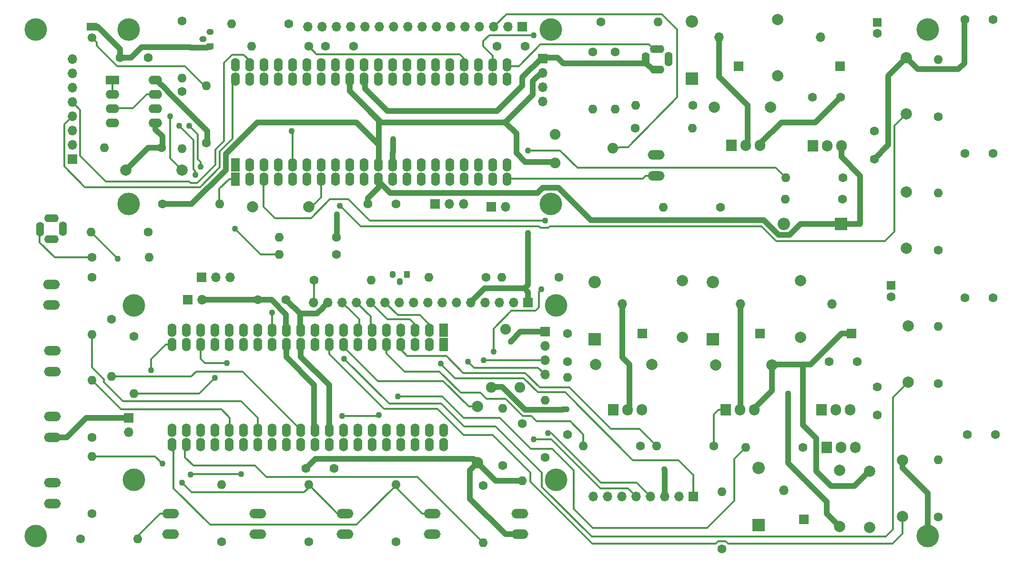
<source format=gbr>
G04 #@! TF.GenerationSoftware,KiCad,Pcbnew,(5.1.5-0-10_14)*
G04 #@! TF.CreationDate,2020-04-28T18:14:51+02:00*
G04 #@! TF.ProjectId,Main_Board_v1_1,4d61696e-5f42-46f6-9172-645f76315f31,rev?*
G04 #@! TF.SameCoordinates,Original*
G04 #@! TF.FileFunction,Copper,L2,Bot*
G04 #@! TF.FilePolarity,Positive*
%FSLAX46Y46*%
G04 Gerber Fmt 4.6, Leading zero omitted, Abs format (unit mm)*
G04 Created by KiCad (PCBNEW (5.1.5-0-10_14)) date 2020-04-28 18:14:51*
%MOMM*%
%LPD*%
G04 APERTURE LIST*
%ADD10R,1.100000X1.300000*%
%ADD11O,1.100000X1.300000*%
%ADD12R,1.300000X1.100000*%
%ADD13O,1.300000X1.100000*%
%ADD14O,1.400000X2.600000*%
%ADD15O,2.600000X1.400000*%
%ADD16O,1.600000X1.600000*%
%ADD17C,1.600000*%
%ADD18O,1.905000X2.000000*%
%ADD19R,1.905000X2.000000*%
%ADD20O,1.700000X1.700000*%
%ADD21R,1.700000X1.700000*%
%ADD22O,2.200000X2.200000*%
%ADD23R,2.200000X2.200000*%
%ADD24C,2.000000*%
%ADD25O,1.600000X1.500000*%
%ADD26R,1.900000X1.400000*%
%ADD27C,4.000000*%
%ADD28C,1.900000*%
%ADD29O,3.000000X1.700000*%
%ADD30R,1.600000X1.600000*%
%ADD31O,1.600000X2.400000*%
%ADD32R,1.600000X2.400000*%
%ADD33O,2.400000X1.600000*%
%ADD34R,2.400000X1.600000*%
%ADD35C,1.100000*%
%ADD36C,1.000000*%
%ADD37C,0.350000*%
G04 APERTURE END LIST*
D10*
X97357854Y-80369383D03*
D11*
X94817854Y-80369383D03*
X96087854Y-81639383D03*
D12*
X62357854Y-39869383D03*
D13*
X62357854Y-37329383D03*
X61087854Y-38599383D03*
D14*
X139782854Y-42169383D03*
X143832854Y-42119383D03*
D15*
X141807854Y-44019383D03*
X141807854Y-40319383D03*
D14*
X36182854Y-72269383D03*
X32132854Y-72319383D03*
D15*
X34157854Y-70419383D03*
X34157854Y-74119383D03*
D16*
X157532854Y-111101383D03*
D17*
X167692854Y-111101383D03*
D18*
X176963854Y-111101383D03*
X174423854Y-111101383D03*
D19*
X171883854Y-111101383D03*
D20*
X164319854Y-118728383D03*
D21*
X167819854Y-123928383D03*
D22*
X159818854Y-114784383D03*
D23*
X159818854Y-124944383D03*
D24*
X174169854Y-115198383D03*
X174169854Y-125198383D03*
X179503854Y-115325383D03*
X179503854Y-125325383D03*
D20*
X47857854Y-108409383D03*
D21*
X47857854Y-105869383D03*
D20*
X114897854Y-68369383D03*
D21*
X112357854Y-68369383D03*
D25*
X41357854Y-38269383D03*
D26*
X41357854Y-36369383D03*
D27*
X47857854Y-36869383D03*
X47857854Y-67869383D03*
X122857854Y-67869383D03*
X122857854Y-36869383D03*
D20*
X79757854Y-36369383D03*
X82297854Y-36369383D03*
X84837854Y-36369383D03*
X87377854Y-36369383D03*
X89917854Y-36369383D03*
X92457854Y-36369383D03*
X94997854Y-36369383D03*
X97537854Y-36369383D03*
X100077854Y-36369383D03*
X102617854Y-36369383D03*
X105157854Y-36369383D03*
X107697854Y-36369383D03*
X110237854Y-36369383D03*
X112777854Y-36369383D03*
X115317854Y-36369383D03*
D21*
X117857854Y-36369383D03*
D27*
X48857854Y-85869383D03*
X48857854Y-116869383D03*
X123857854Y-116869383D03*
X123857854Y-85869383D03*
D20*
X80757854Y-85369383D03*
X83297854Y-85369383D03*
X85837854Y-85369383D03*
X88377854Y-85369383D03*
X90917854Y-85369383D03*
X93457854Y-85369383D03*
X95997854Y-85369383D03*
X98537854Y-85369383D03*
X101077854Y-85369383D03*
X103617854Y-85369383D03*
X106157854Y-85369383D03*
X108697854Y-85369383D03*
X111237854Y-85369383D03*
X113777854Y-85369383D03*
X116317854Y-85369383D03*
D21*
X118857854Y-85369383D03*
D28*
X112320854Y-100433383D03*
X114820854Y-90133383D03*
X117400854Y-100433383D03*
X123623854Y-55475383D03*
X133923854Y-57975383D03*
X123623854Y-60555383D03*
D16*
X91017854Y-81369383D03*
D17*
X80857854Y-81369383D03*
D16*
X101197854Y-80869383D03*
D17*
X111357854Y-80869383D03*
D16*
X114197854Y-80869383D03*
D17*
X124357854Y-80869383D03*
D16*
X69697854Y-39869383D03*
D17*
X79857854Y-39869383D03*
D16*
X66197854Y-35869383D03*
D17*
X76357854Y-35869383D03*
D16*
X49517854Y-127369383D03*
D17*
X39357854Y-127369383D03*
D16*
X48857854Y-101529383D03*
D17*
X48857854Y-91369383D03*
D29*
X55357854Y-126569383D03*
X55357854Y-122869383D03*
D16*
X153307854Y-119009383D03*
D17*
X153307854Y-129169383D03*
D16*
X64017854Y-67869383D03*
D17*
X53857854Y-67869383D03*
X79357854Y-114869383D03*
X84357854Y-114869383D03*
X196507854Y-84519383D03*
X201507854Y-84519383D03*
X70857854Y-84869383D03*
X75857854Y-84869383D03*
D24*
X186357854Y-89536049D03*
X186357854Y-99536049D03*
X109857854Y-113869383D03*
X109857854Y-103869383D03*
X146307854Y-81519383D03*
X146307854Y-91519383D03*
X167282854Y-81519383D03*
X167282854Y-91519383D03*
X162157854Y-96469383D03*
X152157854Y-96469383D03*
X140857854Y-96369383D03*
X130857854Y-96369383D03*
D17*
X87857854Y-39869383D03*
X82857854Y-39869383D03*
D24*
X69857854Y-68369383D03*
X79857854Y-68369383D03*
D17*
X196857854Y-108869383D03*
X201857854Y-108869383D03*
D24*
X185357854Y-113369383D03*
X185357854Y-123369383D03*
D17*
X125857854Y-90869383D03*
X125857854Y-95869383D03*
X180900854Y-100386383D03*
X180900854Y-105386383D03*
X183357854Y-84369383D03*
D30*
X183357854Y-82369383D03*
D17*
X177357854Y-95869383D03*
X172357854Y-95869383D03*
X118357854Y-39869383D03*
X113357854Y-39869383D03*
X196507854Y-35119383D03*
X201507854Y-35119383D03*
X95357854Y-67869383D03*
X90357854Y-67869383D03*
D24*
X186057854Y-41869383D03*
X186057854Y-51869383D03*
D17*
X196507854Y-58919383D03*
X201507854Y-58919383D03*
X174357854Y-48869383D03*
X169357854Y-48869383D03*
X180357854Y-59869383D03*
X180357854Y-54869383D03*
D24*
X163167854Y-35119383D03*
X163167854Y-45119383D03*
D17*
X180857854Y-37569383D03*
D30*
X180857854Y-35569383D03*
D24*
X186057854Y-65702716D03*
X186057854Y-75702716D03*
X47357854Y-61869383D03*
X57357854Y-61869383D03*
X151897854Y-50649383D03*
X161897854Y-50649383D03*
D17*
X46357854Y-41869383D03*
X51357854Y-41869383D03*
D31*
X68297854Y-110649383D03*
X65757854Y-110649383D03*
X63217854Y-110649383D03*
X60677854Y-110649383D03*
X58137854Y-110649383D03*
X55597854Y-110649383D03*
X80997854Y-110649383D03*
X78457854Y-110649383D03*
X75917854Y-110649383D03*
X73377854Y-110649383D03*
X70837854Y-110649383D03*
X101317854Y-110649383D03*
X98777854Y-110649383D03*
X96237854Y-110649383D03*
X93697854Y-110649383D03*
X91157854Y-110649383D03*
X88617854Y-110649383D03*
X86077854Y-110649383D03*
X83537854Y-110649383D03*
X103857854Y-110649383D03*
X58137854Y-90329383D03*
X55597854Y-90329383D03*
X93697854Y-90329383D03*
X73377854Y-90329383D03*
D32*
X103857854Y-90329383D03*
D31*
X70837854Y-90329383D03*
X75917854Y-90329383D03*
X80997854Y-90329383D03*
X88617854Y-90329383D03*
X86077854Y-90329383D03*
X83537854Y-90329383D03*
X91157854Y-90329383D03*
X98777854Y-90329383D03*
X96237854Y-90329383D03*
X101317854Y-90329383D03*
X65757854Y-90329383D03*
X68297854Y-90329383D03*
X63217854Y-90329383D03*
X60677854Y-90329383D03*
X78457854Y-90329383D03*
D32*
X103857854Y-92869383D03*
D31*
X55597854Y-108109383D03*
X101317854Y-92869383D03*
X58137854Y-108109383D03*
X98777854Y-92869383D03*
X60677854Y-108109383D03*
X96237854Y-92869383D03*
X63217854Y-108109383D03*
X93697854Y-92869383D03*
X65757854Y-108109383D03*
X91157854Y-92869383D03*
X68297854Y-108109383D03*
X88617854Y-92869383D03*
X70837854Y-108109383D03*
X86077854Y-92869383D03*
X73377854Y-108109383D03*
X83537854Y-92869383D03*
X75917854Y-108109383D03*
X80997854Y-92869383D03*
X78457854Y-108109383D03*
X78457854Y-92869383D03*
X80997854Y-108109383D03*
X75917854Y-92869383D03*
X83537854Y-108109383D03*
X73377854Y-92869383D03*
X86077854Y-108109383D03*
X70837854Y-92869383D03*
X88617854Y-108109383D03*
X68297854Y-92869383D03*
X91157854Y-108109383D03*
X65757854Y-92869383D03*
X93697854Y-108109383D03*
X63217854Y-92869383D03*
X96237854Y-108109383D03*
X60677854Y-92869383D03*
X98777854Y-108109383D03*
X58137854Y-92869383D03*
X101317854Y-108109383D03*
X55597854Y-92869383D03*
X103857854Y-108109383D03*
D18*
X176087854Y-104409383D03*
X173547854Y-104409383D03*
D19*
X171007854Y-104409383D03*
D31*
X102417854Y-43089383D03*
X104957854Y-43089383D03*
X107497854Y-43089383D03*
X110037854Y-43089383D03*
X112577854Y-43089383D03*
X115117854Y-43089383D03*
X89717854Y-43089383D03*
X92257854Y-43089383D03*
X94797854Y-43089383D03*
X97337854Y-43089383D03*
X99877854Y-43089383D03*
X69397854Y-43089383D03*
X71937854Y-43089383D03*
X74477854Y-43089383D03*
X77017854Y-43089383D03*
X79557854Y-43089383D03*
X82097854Y-43089383D03*
X84637854Y-43089383D03*
X87177854Y-43089383D03*
X66857854Y-43089383D03*
X112577854Y-63409383D03*
X115117854Y-63409383D03*
X77017854Y-63409383D03*
X97337854Y-63409383D03*
D32*
X66857854Y-63409383D03*
D31*
X99877854Y-63409383D03*
X94797854Y-63409383D03*
X89717854Y-63409383D03*
X82097854Y-63409383D03*
X84637854Y-63409383D03*
X87177854Y-63409383D03*
X79557854Y-63409383D03*
X71937854Y-63409383D03*
X74477854Y-63409383D03*
X69397854Y-63409383D03*
X104957854Y-63409383D03*
X102417854Y-63409383D03*
X107497854Y-63409383D03*
X110037854Y-63409383D03*
X92257854Y-63409383D03*
D32*
X66857854Y-60869383D03*
D31*
X115117854Y-45629383D03*
X69397854Y-60869383D03*
X112577854Y-45629383D03*
X71937854Y-60869383D03*
X110037854Y-45629383D03*
X74477854Y-60869383D03*
X107497854Y-45629383D03*
X77017854Y-60869383D03*
X104957854Y-45629383D03*
X79557854Y-60869383D03*
X102417854Y-45629383D03*
X82097854Y-60869383D03*
X99877854Y-45629383D03*
X84637854Y-60869383D03*
X97337854Y-45629383D03*
X87177854Y-60869383D03*
X94797854Y-45629383D03*
X89717854Y-60869383D03*
X92257854Y-45629383D03*
X92257854Y-60869383D03*
X89717854Y-45629383D03*
X94797854Y-60869383D03*
X87177854Y-45629383D03*
X97337854Y-60869383D03*
X84637854Y-45629383D03*
X99877854Y-60869383D03*
X82097854Y-45629383D03*
X102417854Y-60869383D03*
X79557854Y-45629383D03*
X104957854Y-60869383D03*
X77017854Y-45629383D03*
X107497854Y-60869383D03*
X74477854Y-45629383D03*
X110037854Y-60869383D03*
X71937854Y-45629383D03*
X112577854Y-60869383D03*
X69397854Y-45629383D03*
X115117854Y-60869383D03*
X66857854Y-45629383D03*
D18*
X174537854Y-57509383D03*
X171997854Y-57509383D03*
D19*
X169457854Y-57509383D03*
D33*
X52627854Y-45869383D03*
X45007854Y-53489383D03*
X52627854Y-48409383D03*
X45007854Y-50949383D03*
X52627854Y-50949383D03*
X45007854Y-48409383D03*
X52627854Y-53489383D03*
D34*
X45007854Y-45869383D03*
D27*
X189857854Y-126869383D03*
X31357854Y-36869383D03*
X31357854Y-126869383D03*
X189857854Y-36869383D03*
D16*
X74601854Y-73763383D03*
D17*
X84761854Y-73763383D03*
D16*
X74601854Y-76811383D03*
D17*
X84761854Y-76811383D03*
D16*
X64357854Y-117709383D03*
D17*
X64357854Y-127869383D03*
D16*
X41357854Y-99209383D03*
D17*
X41357854Y-109369383D03*
D16*
X41357854Y-112709383D03*
D17*
X41357854Y-122869383D03*
D16*
X191707854Y-89609383D03*
D17*
X191707854Y-99769383D03*
D16*
X117857854Y-117029383D03*
D17*
X117857854Y-106869383D03*
D16*
X114357854Y-104209383D03*
D17*
X114357854Y-114369383D03*
D16*
X128697854Y-110869383D03*
D17*
X138857854Y-110869383D03*
D16*
X164517854Y-67039383D03*
D17*
X174677854Y-67039383D03*
D16*
X164667854Y-63239383D03*
D17*
X174827854Y-63239383D03*
D16*
X41197854Y-72869383D03*
D17*
X51357854Y-72869383D03*
D16*
X110857854Y-128029383D03*
D17*
X110857854Y-117869383D03*
D16*
X95357854Y-117709383D03*
D17*
X95357854Y-127869383D03*
D16*
X79857854Y-117709383D03*
D17*
X79857854Y-127869383D03*
D16*
X41357854Y-91029383D03*
D17*
X41357854Y-80869383D03*
D16*
X44857854Y-98529383D03*
D17*
X44857854Y-88369383D03*
D16*
X125857854Y-98709383D03*
D17*
X125857854Y-108869383D03*
D16*
X51517854Y-77369383D03*
D17*
X41357854Y-77369383D03*
D16*
X121857854Y-102709383D03*
D17*
X121857854Y-112869383D03*
D16*
X141697854Y-110869383D03*
D17*
X151857854Y-110869383D03*
D16*
X191707854Y-113309383D03*
D17*
X191707854Y-123469383D03*
D16*
X137997854Y-50319383D03*
D17*
X148157854Y-50319383D03*
D16*
X141967854Y-35519383D03*
D17*
X131807854Y-35519383D03*
D16*
X130357854Y-51029383D03*
D17*
X130357854Y-40869383D03*
D16*
X148017854Y-54369383D03*
D17*
X137857854Y-54369383D03*
D16*
X134357854Y-51029383D03*
D17*
X134357854Y-40869383D03*
D16*
X191707854Y-42209383D03*
D17*
X191707854Y-52369383D03*
D16*
X142847854Y-68429383D03*
D17*
X153007854Y-68429383D03*
D16*
X57357854Y-45529383D03*
D17*
X57357854Y-35369383D03*
D16*
X57357854Y-58029383D03*
D17*
X57357854Y-47869383D03*
D16*
X43597854Y-57869383D03*
D17*
X53757854Y-57869383D03*
D16*
X61647854Y-46839383D03*
D17*
X61647854Y-56999383D03*
D16*
X191707854Y-65909383D03*
D17*
X191707854Y-76069383D03*
D18*
X139087854Y-104409383D03*
X136547854Y-104409383D03*
D19*
X134007854Y-104409383D03*
D18*
X159087854Y-104409383D03*
X156547854Y-104409383D03*
D19*
X154007854Y-104409383D03*
D18*
X160087854Y-57409383D03*
X157547854Y-57409383D03*
D19*
X155007854Y-57409383D03*
D20*
X130427854Y-119819383D03*
X132967854Y-119819383D03*
X135507854Y-119819383D03*
X138047854Y-119819383D03*
X140587854Y-119819383D03*
X143127854Y-119819383D03*
X145667854Y-119819383D03*
D21*
X148207854Y-119819383D03*
D29*
X34357854Y-109356883D03*
X34357854Y-105656883D03*
X70857854Y-126569383D03*
X70857854Y-122869383D03*
X34357854Y-121069383D03*
X34357854Y-117369383D03*
X34157854Y-82131883D03*
X34157854Y-85831883D03*
X101857854Y-126569383D03*
X101857854Y-122869383D03*
X34357854Y-97644383D03*
X34357854Y-93944383D03*
X86357854Y-126569383D03*
X86357854Y-122869383D03*
X141607854Y-59169383D03*
X141607854Y-62869383D03*
D20*
X60897854Y-84869383D03*
D21*
X58357854Y-84869383D03*
D20*
X121857854Y-98189383D03*
X121857854Y-95649383D03*
X121857854Y-93109383D03*
D21*
X121857854Y-90569383D03*
D20*
X65937854Y-80869383D03*
X63397854Y-80869383D03*
D21*
X60857854Y-80869383D03*
D29*
X117357854Y-126569383D03*
X117357854Y-122869383D03*
D20*
X135632854Y-85669383D03*
D21*
X139132854Y-90869383D03*
D20*
X156607854Y-85669383D03*
D21*
X160107854Y-90869383D03*
D20*
X172857854Y-85669383D03*
D21*
X176357854Y-90869383D03*
D20*
X121457854Y-49639383D03*
X121457854Y-47099383D03*
X121457854Y-44559383D03*
D21*
X121457854Y-42019383D03*
D20*
X37857854Y-42089383D03*
X37857854Y-44629383D03*
X37857854Y-47169383D03*
X37857854Y-49709383D03*
X37857854Y-52249383D03*
X37857854Y-54789383D03*
X37857854Y-57329383D03*
D21*
X37857854Y-59869383D03*
D20*
X107437854Y-67869383D03*
X104897854Y-67869383D03*
D21*
X102357854Y-67869383D03*
D20*
X170807854Y-38219383D03*
D21*
X174307854Y-43419383D03*
D20*
X152757854Y-38219383D03*
D21*
X156257854Y-43419383D03*
D22*
X164317854Y-71389383D03*
D23*
X174477854Y-71389383D03*
D22*
X130707854Y-81759383D03*
D23*
X130707854Y-91919383D03*
D22*
X151682854Y-81759383D03*
D23*
X151682854Y-91919383D03*
D22*
X147927854Y-35409383D03*
D23*
X147927854Y-45569383D03*
D35*
X94857854Y-56369383D03*
X94857854Y-51369383D03*
X80697854Y-100052383D03*
X115749852Y-92305383D03*
X125655854Y-104370381D03*
X118797854Y-73001373D03*
X143054854Y-115038381D03*
X55250861Y-52257594D03*
X56821854Y-53951383D03*
X66727854Y-72239383D03*
X59742854Y-62714383D03*
X108129854Y-95869383D03*
X85777854Y-105513383D03*
X60631854Y-61219383D03*
X58599854Y-53951383D03*
X110923854Y-95607383D03*
X92347848Y-105386383D03*
X119857854Y-37869383D03*
X85396854Y-68175385D03*
X121845854Y-70844369D03*
X76857854Y-54869383D03*
X70857854Y-53369383D03*
X84888854Y-69699383D03*
X118857854Y-58369383D03*
X165025854Y-101576383D03*
X57357854Y-117369383D03*
X51829062Y-97398175D03*
X45899854Y-77573383D03*
X67857854Y-115869383D03*
X53857854Y-114022383D03*
X58853854Y-115927379D03*
X119813854Y-109704383D03*
X122353854Y-108561383D03*
X103303854Y-96242383D03*
X86158852Y-95353383D03*
X63171854Y-98773373D03*
X73331854Y-87116373D03*
X121210854Y-83034383D03*
X112701854Y-94083383D03*
X65330854Y-96115383D03*
X95683852Y-102084383D03*
D36*
X174357854Y-48869383D02*
X169857854Y-53369383D01*
X169857854Y-53369383D02*
X163857854Y-53369383D01*
X163857854Y-53369383D02*
X160357854Y-56869383D01*
X160357854Y-56869383D02*
X160357854Y-57369383D01*
X186057854Y-41869383D02*
X182857854Y-45069383D01*
X182857854Y-45069383D02*
X182857854Y-57369383D01*
X182857854Y-57369383D02*
X180357854Y-59869383D01*
X94857854Y-58609383D02*
X94857854Y-56369383D01*
X94797854Y-58669383D02*
X94857854Y-58609383D01*
X94797854Y-60869383D02*
X94797854Y-58669383D01*
X113357854Y-51369383D02*
X93857854Y-51369383D01*
X89857854Y-47369383D02*
X89857854Y-45369383D01*
X121457854Y-42019383D02*
X121457854Y-41769383D01*
X117857854Y-46869383D02*
X113357854Y-51369383D01*
X117857854Y-45369383D02*
X117857854Y-46869383D01*
X93857854Y-51369383D02*
X89857854Y-47369383D01*
X121457854Y-41769383D02*
X117857854Y-45369383D01*
X174507854Y-90869383D02*
X169007854Y-96369383D01*
X176357854Y-90869383D02*
X174507854Y-90869383D01*
X162157854Y-96469383D02*
X162157854Y-101069383D01*
X162157854Y-101069383D02*
X158857854Y-104369383D01*
X118857854Y-83519383D02*
X118207854Y-82869383D01*
X118857854Y-85369383D02*
X118857854Y-83519383D01*
X111147852Y-82869383D02*
X108857854Y-85159381D01*
X118207854Y-82869383D02*
X111147852Y-82869383D01*
X108857854Y-85159381D02*
X108857854Y-85369383D01*
X75917854Y-95069383D02*
X80857854Y-100009383D01*
X75917854Y-92869383D02*
X75917854Y-95069383D01*
X80857854Y-100009383D02*
X80857854Y-107869383D01*
X70857854Y-84869383D02*
X60857854Y-84869383D01*
X40345354Y-105869383D02*
X47857854Y-105869383D01*
X36857854Y-109356883D02*
X40345354Y-105869383D01*
X34357854Y-109356883D02*
X36857854Y-109356883D01*
X189857854Y-119283596D02*
X189857854Y-126869383D01*
X185357854Y-114783596D02*
X189857854Y-119283596D01*
X185357854Y-113369383D02*
X185357854Y-114783596D01*
X188097855Y-43909384D02*
X195317853Y-43909384D01*
X186057854Y-41869383D02*
X188097855Y-43909384D01*
X195317853Y-43909384D02*
X196357854Y-42869383D01*
X196357854Y-42869383D02*
X196357854Y-34869383D01*
X170031353Y-109502882D02*
X170031353Y-115344882D01*
X167692854Y-107164383D02*
X170031353Y-109502882D01*
X167692854Y-96369383D02*
X167692854Y-107164383D01*
X169007854Y-96369383D02*
X167692854Y-96369383D01*
X167692854Y-96369383D02*
X161857854Y-96369383D01*
X170031353Y-115344882D02*
X172645854Y-117959383D01*
X172645854Y-117959383D02*
X176836854Y-117959383D01*
X176836854Y-117959383D02*
X179376854Y-115419383D01*
X179376854Y-115419383D02*
X179376854Y-115292383D01*
X121857854Y-90569383D02*
X117485852Y-90569383D01*
X117485852Y-90569383D02*
X115749852Y-92305383D01*
X81057855Y-113169382D02*
X109157853Y-113169382D01*
X109157853Y-113169382D02*
X109857854Y-113869383D01*
X79357854Y-114869383D02*
X81057855Y-113169382D01*
X109881854Y-113869383D02*
X109857854Y-113869383D01*
X113041854Y-117029383D02*
X109881854Y-113869383D01*
X117857854Y-117029383D02*
X113041854Y-117029383D01*
X108510854Y-120222383D02*
X108510854Y-115216383D01*
X108510854Y-115216383D02*
X109857854Y-113869383D01*
X114857854Y-126569383D02*
X108510854Y-120222383D01*
X117357854Y-126569383D02*
X114857854Y-126569383D01*
X46357854Y-40312383D02*
X46357854Y-41869383D01*
X42414854Y-36369383D02*
X46357854Y-40312383D01*
X41357854Y-36369383D02*
X42414854Y-36369383D01*
X112277854Y-100369383D02*
X114285148Y-100369383D01*
X125019458Y-104370381D02*
X125655854Y-104370381D01*
X124970468Y-104419371D02*
X125019458Y-104370381D01*
X114285148Y-100369383D02*
X118335136Y-104419371D01*
X118335136Y-104419371D02*
X124970468Y-104419371D01*
X141007854Y-44019383D02*
X139857854Y-42869383D01*
X141807854Y-44019383D02*
X141007854Y-44019383D01*
X121357854Y-41869383D02*
X122149856Y-41869383D01*
X124114854Y-41869383D02*
X121357854Y-41869383D01*
X125114854Y-42869383D02*
X124114854Y-41869383D01*
X125114854Y-42869383D02*
X139277854Y-42869383D01*
X139277854Y-42869383D02*
X139625854Y-42521383D01*
X139625854Y-42521383D02*
X139625854Y-42140383D01*
X118797854Y-82279383D02*
X118797854Y-73001373D01*
X118207854Y-82869383D02*
X118797854Y-82279383D01*
X143127854Y-119819383D02*
X143127854Y-115111381D01*
X143127854Y-115111381D02*
X143054854Y-115038381D01*
X70857854Y-84869383D02*
X73248858Y-84869383D01*
X75857854Y-87478379D02*
X75857854Y-90369383D01*
X73248858Y-84869383D02*
X75857854Y-87478379D01*
X61813467Y-40024393D02*
X62357854Y-40024393D01*
X61788467Y-40049393D02*
X61813467Y-40024393D01*
X50174844Y-40024393D02*
X58828854Y-40024393D01*
X48312854Y-41886383D02*
X50174844Y-40024393D01*
X46374854Y-41886383D02*
X48312854Y-41886383D01*
X58853854Y-40049393D02*
X61788467Y-40049393D01*
X58828854Y-40024393D02*
X58853854Y-40049393D01*
X46357854Y-41869383D02*
X46374854Y-41886383D01*
X47357854Y-61369383D02*
X47357854Y-61869383D01*
X52627854Y-54639383D02*
X53857854Y-55869383D01*
X52627854Y-53489383D02*
X52627854Y-54639383D01*
X53857854Y-55869383D02*
X53857854Y-57869383D01*
X53857854Y-57869383D02*
X51357854Y-57869383D01*
X51357854Y-57869383D02*
X47357854Y-61869383D01*
D37*
X42207853Y-39754384D02*
X45822852Y-43369383D01*
X42207853Y-39119382D02*
X42207853Y-39754384D01*
X41357854Y-38269383D02*
X42207853Y-39119382D01*
X45822852Y-43369383D02*
X57857854Y-43369383D01*
X57857854Y-43369383D02*
X61357854Y-46869383D01*
X61357854Y-46869383D02*
X61857854Y-46869383D01*
X57357854Y-61869383D02*
X55250861Y-59762390D01*
X55250861Y-59762390D02*
X55250861Y-52257594D01*
D36*
X152757854Y-38219383D02*
X152757854Y-45269383D01*
X152757854Y-45269383D02*
X157857854Y-50369383D01*
X157857854Y-50369383D02*
X157857854Y-56869383D01*
X157857854Y-56869383D02*
X157357854Y-57369383D01*
D37*
X71299854Y-76811383D02*
X66727854Y-72239383D01*
X74601854Y-76811383D02*
X71299854Y-76811383D01*
X56821854Y-53951383D02*
X59361854Y-56491383D01*
X59361854Y-61696987D02*
X59742854Y-62077987D01*
X59742854Y-62077987D02*
X59742854Y-62714383D01*
X59361854Y-56491383D02*
X59361854Y-61696987D01*
X121857854Y-98189383D02*
X120654862Y-96986391D01*
X120654862Y-96986391D02*
X109246862Y-96986391D01*
X109246862Y-96986391D02*
X108679853Y-96419382D01*
X108679853Y-96419382D02*
X108129854Y-95869383D01*
X60631854Y-60441566D02*
X60123854Y-59933566D01*
X60631854Y-61219383D02*
X60631854Y-60441566D01*
X60123854Y-59933566D02*
X60123854Y-55475383D01*
X60123854Y-55475383D02*
X59049853Y-54401382D01*
X59049853Y-54401382D02*
X58599854Y-53951383D01*
X110965854Y-95649383D02*
X110923854Y-95607383D01*
X121857854Y-95649383D02*
X110965854Y-95649383D01*
X85777854Y-105513383D02*
X92220848Y-105513383D01*
X92220848Y-105513383D02*
X92347848Y-105386383D01*
X152705354Y-104409383D02*
X151817854Y-105296883D01*
X154007854Y-104409383D02*
X152705354Y-104409383D01*
X151817854Y-105296883D02*
X151817854Y-110593383D01*
X51077854Y-48409383D02*
X48617854Y-50869383D01*
X52627854Y-48409383D02*
X51077854Y-48409383D01*
X48617854Y-50869383D02*
X44857854Y-50869383D01*
X139757854Y-62869383D02*
X139257854Y-63369383D01*
X141607854Y-62869383D02*
X139757854Y-62869383D01*
X139257854Y-63369383D02*
X115357854Y-63369383D01*
X117187854Y-43369383D02*
X115357854Y-43369383D01*
X121062855Y-39494382D02*
X117187854Y-43369383D01*
X141157854Y-40319383D02*
X140332853Y-39494382D01*
X140332853Y-39494382D02*
X121062855Y-39494382D01*
X141807854Y-40319383D02*
X141157854Y-40319383D01*
X112577854Y-41539383D02*
X110907854Y-39869383D01*
X112577854Y-43089383D02*
X112577854Y-41539383D01*
X110907854Y-39869383D02*
X110907854Y-38919383D01*
X110907854Y-38919383D02*
X111957854Y-37869383D01*
X111957854Y-37869383D02*
X119857854Y-37869383D01*
X183932864Y-72794373D02*
X182262842Y-74464395D01*
X120824862Y-71869383D02*
X89090852Y-71869383D01*
X183932864Y-53994373D02*
X183932864Y-72794373D01*
X160317557Y-71869383D02*
X122737856Y-71869383D01*
X122737856Y-71869383D02*
X122512855Y-72094384D01*
X122512855Y-72094384D02*
X121049863Y-72094384D01*
X162912569Y-74464395D02*
X160317557Y-71869383D01*
X121049863Y-72094384D02*
X120824862Y-71869383D01*
X89090852Y-71869383D02*
X85946853Y-68725384D01*
X186057854Y-51869383D02*
X183932864Y-53994373D01*
X85946853Y-68725384D02*
X85396854Y-68175385D01*
X182262842Y-74464395D02*
X162912569Y-74464395D01*
X83625850Y-67032383D02*
X86920854Y-67032383D01*
X73857854Y-70369383D02*
X80288850Y-70369383D01*
X90732840Y-70844369D02*
X121068037Y-70844369D01*
X71857854Y-68369383D02*
X73857854Y-70369383D01*
X71857854Y-63369383D02*
X71857854Y-68369383D01*
X121068037Y-70844369D02*
X121845854Y-70844369D01*
X80288850Y-70369383D02*
X83625850Y-67032383D01*
X86920854Y-67032383D02*
X90732840Y-70844369D01*
X45007854Y-45869383D02*
X45007854Y-48219383D01*
X45007854Y-48219383D02*
X44857854Y-48369383D01*
X77017854Y-55029383D02*
X76857854Y-54869383D01*
X77017854Y-60869383D02*
X77017854Y-55029383D01*
D36*
X174537854Y-59509383D02*
X177857854Y-62829383D01*
X174537854Y-57509383D02*
X174537854Y-59509383D01*
X174477854Y-71389383D02*
X177837854Y-71389383D01*
X177837854Y-71389383D02*
X177857854Y-71369383D01*
X177857854Y-62829383D02*
X177857854Y-71369383D01*
X87177854Y-47829383D02*
X89117864Y-49769393D01*
X87177854Y-45629383D02*
X87177854Y-47829383D01*
X89117864Y-49769393D02*
X92357854Y-53009383D01*
X92357854Y-53009383D02*
X92357854Y-57369383D01*
X92357854Y-57369383D02*
X92357854Y-60869383D01*
X88357854Y-53369383D02*
X92357854Y-57369383D01*
X70737852Y-53369383D02*
X88357854Y-53369383D01*
X65157853Y-58949382D02*
X70737852Y-53369383D01*
X65157853Y-61809854D02*
X65157853Y-58949382D01*
X59098324Y-67869383D02*
X65157853Y-61809854D01*
X53857854Y-67869383D02*
X59098324Y-67869383D01*
X118357854Y-60369383D02*
X123357854Y-60369383D01*
X116765854Y-58777383D02*
X118357854Y-60369383D01*
X92717854Y-53369383D02*
X89117864Y-49769393D01*
X114807854Y-53369383D02*
X92717854Y-53369383D01*
X119707853Y-48469384D02*
X114807854Y-53369383D01*
X119707853Y-46019384D02*
X119707853Y-48469384D01*
X121357854Y-44369383D02*
X119707853Y-46019384D01*
X116765854Y-55327383D02*
X114807854Y-53369383D01*
X116765854Y-58777383D02*
X116765854Y-55327383D01*
X52841852Y-45869383D02*
X52627854Y-45869383D01*
X54727864Y-47705216D02*
X53732021Y-46709373D01*
X54727864Y-47755395D02*
X54727864Y-47705216D01*
X61857854Y-54885385D02*
X54727864Y-47755395D01*
X61647854Y-56999383D02*
X61647854Y-57079383D01*
X61857854Y-56869383D02*
X61857854Y-54885385D01*
X61647854Y-57079383D02*
X61857854Y-56869383D01*
X53732021Y-46709373D02*
X53681842Y-46709373D01*
X53681842Y-46709373D02*
X52841852Y-45869383D01*
X84907854Y-73869383D02*
X84888854Y-73850383D01*
X84888854Y-73850383D02*
X84888854Y-69699383D01*
X92357854Y-64897383D02*
X92357854Y-64369383D01*
X90357854Y-66869383D02*
X90385854Y-66869383D01*
X90385854Y-66869383D02*
X92357854Y-64897383D01*
X90357854Y-67869383D02*
X90357854Y-66869383D01*
X94337854Y-65889383D02*
X92257854Y-63809383D01*
X120545852Y-65889383D02*
X94337854Y-65889383D01*
X124249855Y-64969382D02*
X121465853Y-64969382D01*
X92257854Y-63809383D02*
X92257854Y-63409383D01*
X121465853Y-64969382D02*
X120545852Y-65889383D01*
X130049857Y-70769384D02*
X124249855Y-64969382D01*
X163357853Y-73389384D02*
X160737853Y-70769384D01*
X160737853Y-70769384D02*
X130049857Y-70769384D01*
X165277855Y-73389384D02*
X163357853Y-73389384D01*
X167297856Y-71369383D02*
X165277855Y-73389384D01*
X177857854Y-71369383D02*
X167297856Y-71369383D01*
D37*
X82097854Y-63409383D02*
X82097854Y-66629383D01*
X82097854Y-66629383D02*
X80357854Y-68369383D01*
X124534856Y-58369383D02*
X118857854Y-58369383D01*
X162872844Y-61444373D02*
X127609846Y-61444373D01*
X127609846Y-61444373D02*
X124534856Y-58369383D01*
X164667854Y-63239383D02*
X162872844Y-61444373D01*
X68302844Y-41314373D02*
X69357854Y-42369383D01*
X64812856Y-42789824D02*
X66288307Y-41314373D01*
X43857854Y-63869383D02*
X58618850Y-63869383D01*
X58869852Y-64120385D02*
X60106852Y-64120385D01*
X64812856Y-56641882D02*
X64812856Y-42789824D01*
X63332831Y-60894406D02*
X63332831Y-58193434D01*
X39282855Y-51134384D02*
X39282855Y-59294384D01*
X63357854Y-58096884D02*
X64812856Y-56641882D01*
X63357854Y-58168411D02*
X63357854Y-58096884D01*
X58618850Y-63869383D02*
X58869852Y-64120385D01*
X60106852Y-64120385D02*
X63332831Y-60894406D01*
X63332831Y-58193434D02*
X63357854Y-58168411D01*
X39282855Y-59294384D02*
X43857854Y-63869383D01*
X66288307Y-41314373D02*
X68302844Y-41314373D01*
X37857854Y-49709383D02*
X39282855Y-51134384D01*
X66357854Y-45869383D02*
X66857854Y-45369383D01*
X64082842Y-58504098D02*
X66357854Y-56229086D01*
X40122852Y-64869383D02*
X58558175Y-64869383D01*
X66357854Y-56229086D02*
X66357854Y-45869383D01*
X58559188Y-64870396D02*
X60577019Y-64870396D01*
X37857854Y-52249383D02*
X36432853Y-53674384D01*
X36432853Y-53674384D02*
X36432853Y-61179384D01*
X64082842Y-61364573D02*
X64082842Y-58504098D01*
X36432853Y-61179384D02*
X40122852Y-64869383D01*
X58558175Y-64869383D02*
X58559188Y-64870396D01*
X60577019Y-64870396D02*
X64082842Y-61364573D01*
D36*
X165025854Y-101576383D02*
X165025854Y-113895383D01*
X165025854Y-113895383D02*
X171883854Y-120753383D01*
X171883854Y-120753383D02*
X171883854Y-122912383D01*
X171883854Y-122912383D02*
X174169854Y-125198383D01*
X75857854Y-84869383D02*
X78357854Y-87369383D01*
X78357854Y-87369383D02*
X78357854Y-90369383D01*
X78457854Y-92869383D02*
X78457854Y-95069383D01*
X83537854Y-100049383D02*
X83357854Y-99869383D01*
X83537854Y-108109383D02*
X83537854Y-100049383D01*
X78457854Y-95069383D02*
X83357854Y-99869383D01*
X82447855Y-86219382D02*
X82447855Y-86279382D01*
X83297854Y-85369383D02*
X82447855Y-86219382D01*
X81357854Y-87369383D02*
X78357854Y-87369383D01*
X82447855Y-86279382D02*
X81357854Y-87369383D01*
X156607854Y-85669383D02*
X156607854Y-104119383D01*
X156607854Y-104119383D02*
X156357854Y-104369383D01*
X135632854Y-85669383D02*
X135632854Y-95144383D01*
X135632854Y-95144383D02*
X136857854Y-96369383D01*
X136857854Y-96369383D02*
X136857854Y-104869383D01*
D37*
X108297180Y-103869383D02*
X109857854Y-103869383D01*
X103797180Y-99369383D02*
X108297180Y-103869383D01*
X92177854Y-99369383D02*
X103797180Y-99369383D01*
X86077854Y-93269383D02*
X92177854Y-99369383D01*
X86077854Y-92869383D02*
X86077854Y-93269383D01*
X59357854Y-114369383D02*
X57857854Y-112869383D01*
X72322853Y-116334382D02*
X70357854Y-114369383D01*
X70357854Y-114369383D02*
X59357854Y-114369383D01*
X57857854Y-112869383D02*
X57857854Y-110369383D01*
X99162853Y-116334382D02*
X72322853Y-116334382D01*
X110857854Y-128029383D02*
X99162853Y-116334382D01*
X51829062Y-95488175D02*
X51829062Y-97398175D01*
X55597854Y-92869383D02*
X54447854Y-92869383D01*
X54447854Y-92869383D02*
X51829062Y-95488175D01*
X59072855Y-119084384D02*
X57357854Y-117369383D01*
X79857854Y-117732883D02*
X79857854Y-118291383D01*
X84994354Y-122869383D02*
X79857854Y-117732883D01*
X79064853Y-119084384D02*
X59072855Y-119084384D01*
X79857854Y-118291383D02*
X79064853Y-119084384D01*
X86357854Y-122869383D02*
X84994354Y-122869383D01*
X68127854Y-97639383D02*
X78357854Y-107869383D01*
X58986852Y-98529383D02*
X59876852Y-97639383D01*
X59876852Y-97639383D02*
X68127854Y-97639383D01*
X44857854Y-98529383D02*
X58986852Y-98529383D01*
X32082844Y-73019393D02*
X32082844Y-74709641D01*
X32082844Y-74709641D02*
X34742586Y-77369383D01*
X32132854Y-72969383D02*
X32082844Y-73019393D01*
X32132854Y-72319383D02*
X32132854Y-72969383D01*
X34742586Y-77369383D02*
X41357854Y-77369383D01*
X45899854Y-77571383D02*
X45899854Y-77573383D01*
X41197854Y-72869383D02*
X45899854Y-77571383D01*
X55857854Y-118369383D02*
X55857854Y-110869383D01*
X62357854Y-124869383D02*
X55857854Y-118369383D01*
X101857854Y-122869383D02*
X100007854Y-122869383D01*
X88357854Y-124869383D02*
X62357854Y-124869383D01*
X95357854Y-117869383D02*
X88357854Y-124869383D01*
X95357854Y-118219383D02*
X95357854Y-117869383D01*
X100007854Y-122869383D02*
X95357854Y-118219383D01*
X67892855Y-102904384D02*
X70857854Y-105869383D01*
X43482853Y-98994382D02*
X43482853Y-99494382D01*
X41357854Y-96869383D02*
X43482853Y-98994382D01*
X70857854Y-105869383D02*
X70857854Y-107869383D01*
X46892855Y-102904384D02*
X67892855Y-102904384D01*
X43482853Y-99494382D02*
X46892855Y-102904384D01*
X41357854Y-91029383D02*
X41357854Y-96869383D01*
X52544854Y-112709383D02*
X53857854Y-114022383D01*
X41357854Y-112709383D02*
X52544854Y-112709383D01*
X67857854Y-115869383D02*
X58911850Y-115869383D01*
X58911850Y-115869383D02*
X58853854Y-115927379D01*
X41357854Y-99209383D02*
X46517854Y-104369383D01*
X46517854Y-104369383D02*
X64357854Y-104369383D01*
X64357854Y-104369383D02*
X65857854Y-105869383D01*
X65857854Y-105869383D02*
X65857854Y-107369383D01*
X97357854Y-94869383D02*
X96357854Y-93869383D01*
X96357854Y-93869383D02*
X96357854Y-92869383D01*
X104357856Y-94869383D02*
X97357854Y-94869383D01*
X107357856Y-97869383D02*
X104357856Y-94869383D01*
X118357854Y-97869383D02*
X107357856Y-97869383D01*
X120921854Y-100433383D02*
X118357854Y-97869383D01*
X141697854Y-110869383D02*
X138627854Y-107799383D01*
X138627854Y-107799383D02*
X133529854Y-107799383D01*
X126168856Y-100433383D02*
X120921854Y-100433383D01*
X133529854Y-107799383D02*
X126166355Y-100435884D01*
X126166355Y-100435884D02*
X126168856Y-100433383D01*
X117889853Y-105494382D02*
X114860854Y-102465383D01*
X103107845Y-97619374D02*
X96897845Y-97619374D01*
X119413853Y-105494382D02*
X117889853Y-105494382D01*
X106857854Y-101369383D02*
X103107845Y-97619374D01*
X111431854Y-102465383D02*
X110335854Y-101369383D01*
X114860854Y-102465383D02*
X111431854Y-102465383D01*
X128697854Y-110869383D02*
X128697854Y-108809383D01*
X96897845Y-97619374D02*
X93697854Y-94419383D01*
X120363865Y-106444394D02*
X119413853Y-105494382D01*
X126332865Y-106444394D02*
X120363865Y-106444394D01*
X110335854Y-101369383D02*
X106857854Y-101369383D01*
X93697854Y-94419383D02*
X93697854Y-92869383D01*
X128697854Y-108809383D02*
X126332865Y-106444394D01*
X65707854Y-63409383D02*
X63933854Y-65183383D01*
X66857854Y-63409383D02*
X65707854Y-63409383D01*
X63933854Y-65183383D02*
X63933854Y-67921383D01*
X122988854Y-109704383D02*
X119813854Y-109704383D01*
X138047854Y-119819383D02*
X136622853Y-118394382D01*
X131678853Y-118394382D02*
X122988854Y-109704383D01*
X136622853Y-118394382D02*
X131678853Y-118394382D01*
X122990250Y-108561383D02*
X122353854Y-108561383D01*
X140587854Y-119819383D02*
X138137854Y-117369383D01*
X131798250Y-117369383D02*
X122990250Y-108561383D01*
X138137854Y-117369383D02*
X131798250Y-117369383D01*
X145575854Y-113387383D02*
X137466854Y-113387383D01*
X125413853Y-101334382D02*
X120579855Y-101334382D01*
X103853853Y-96792382D02*
X103303854Y-96242383D01*
X148207854Y-119819383D02*
X148207854Y-116019383D01*
X105880853Y-98819382D02*
X103853853Y-96792382D01*
X148207854Y-116019383D02*
X145575854Y-113387383D01*
X137466854Y-113387383D02*
X125413853Y-101334382D01*
X118064855Y-98819382D02*
X105880853Y-98819382D01*
X120579855Y-101334382D02*
X118064855Y-98819382D01*
X83537854Y-94496379D02*
X83537854Y-94419383D01*
X102732852Y-104244382D02*
X93285857Y-104244382D01*
X83537854Y-94419383D02*
X83537854Y-92869383D01*
X107430853Y-108942383D02*
X102732852Y-104244382D01*
X112574854Y-108942383D02*
X107430853Y-108942383D01*
X152195852Y-128246383D02*
X130269856Y-128246383D01*
X154419856Y-128246383D02*
X153967855Y-127794382D01*
X153967855Y-127794382D02*
X152647853Y-127794382D01*
X130269856Y-128246383D02*
X119232855Y-117209382D01*
X93285857Y-104244382D02*
X83537854Y-94496379D01*
X152647853Y-127794382D02*
X152195852Y-128246383D01*
X185357854Y-126456383D02*
X183567854Y-128246383D01*
X183567854Y-128246383D02*
X154419856Y-128246383D01*
X119232855Y-117209382D02*
X119232855Y-115600384D01*
X119232855Y-115600384D02*
X112574854Y-108942383D01*
X185357854Y-123369383D02*
X185357854Y-126456383D01*
X94159852Y-103354383D02*
X86158852Y-95353383D01*
X113082854Y-107418383D02*
X107494854Y-107418383D01*
X121282853Y-115618382D02*
X113082854Y-107418383D01*
X107494854Y-107418383D02*
X103430854Y-103354383D01*
X183694854Y-125706383D02*
X182424854Y-126976383D01*
X103430854Y-103354383D02*
X94159852Y-103354383D01*
X130153852Y-126976383D02*
X121282853Y-118105384D01*
X182424854Y-126976383D02*
X130153852Y-126976383D01*
X121282853Y-118105384D02*
X121282853Y-115618382D01*
X183694854Y-102199049D02*
X183694854Y-125706383D01*
X186357854Y-99536049D02*
X183694854Y-102199049D01*
X48857854Y-101529383D02*
X60415844Y-101529383D01*
X60415844Y-101529383D02*
X63171854Y-98773373D01*
X53507854Y-122869383D02*
X49357854Y-127019383D01*
X55357854Y-122869383D02*
X53507854Y-122869383D01*
X49357854Y-127019383D02*
X49357854Y-127369383D01*
X81232855Y-41244384D02*
X106732855Y-41244384D01*
X79857854Y-39869383D02*
X81232855Y-41244384D01*
X106732855Y-41244384D02*
X107357854Y-41869383D01*
X107357854Y-41869383D02*
X107357854Y-42869383D01*
X80857854Y-81369383D02*
X80857854Y-85369383D01*
X112777854Y-36369383D02*
X115002855Y-34144382D01*
X142627855Y-34144382D02*
X145357854Y-36874381D01*
X115002855Y-34144382D02*
X142627855Y-34144382D01*
X145357854Y-36874381D02*
X145357854Y-48904385D01*
X135001356Y-57869383D02*
X135109356Y-57761383D01*
X133657854Y-57869383D02*
X135001356Y-57869383D01*
X135109356Y-57761383D02*
X136577854Y-57761383D01*
X145357854Y-48904385D02*
X136577854Y-57761383D01*
X73331854Y-90343383D02*
X73331854Y-87894190D01*
X73331854Y-87894190D02*
X73331854Y-87116373D01*
X73357854Y-90369383D02*
X73331854Y-90343383D01*
X95707844Y-87619373D02*
X99607844Y-87619373D01*
X93457854Y-85369383D02*
X95707844Y-87619373D01*
X99607844Y-87619373D02*
X101357854Y-89369383D01*
X101357854Y-89369383D02*
X101357854Y-90369383D01*
X92342855Y-86794384D02*
X92342855Y-86854384D01*
X90917854Y-85369383D02*
X92342855Y-86794384D01*
X92342855Y-86854384D02*
X93857854Y-88369383D01*
X93857854Y-88369383D02*
X97857854Y-88369383D01*
X97857854Y-88369383D02*
X98857854Y-89369383D01*
X98857854Y-89369383D02*
X98857854Y-90369383D01*
X88377854Y-85369383D02*
X90857854Y-87849383D01*
X90857854Y-87849383D02*
X90857854Y-90369383D01*
X86687853Y-86219382D02*
X86707853Y-86219382D01*
X85837854Y-85369383D02*
X86687853Y-86219382D01*
X86707853Y-86219382D02*
X88857854Y-88369383D01*
X88857854Y-88369383D02*
X88857854Y-89869383D01*
X88857854Y-89869383D02*
X88857854Y-90369383D01*
X115902851Y-86794384D02*
X112701854Y-89995381D01*
X120167855Y-86794384D02*
X115902851Y-86794384D01*
X120760855Y-86201384D02*
X120167855Y-86794384D01*
X120760855Y-83484382D02*
X120760855Y-86201384D01*
X121210854Y-83034383D02*
X120760855Y-83484382D01*
X112701854Y-89995381D02*
X112701854Y-94083383D01*
X65330854Y-96115383D02*
X61393854Y-96115383D01*
X61393854Y-96115383D02*
X60631854Y-95353383D01*
X60631854Y-95353383D02*
X60631854Y-92813383D01*
X103557854Y-102084383D02*
X95683852Y-102084383D01*
X107367854Y-105894383D02*
X103557854Y-102084383D01*
X155500854Y-113133383D02*
X155500854Y-120626383D01*
X123115854Y-111355383D02*
X119305854Y-111355383D01*
X126925854Y-115165383D02*
X123115854Y-111355383D01*
X113844854Y-105894383D02*
X107367854Y-105894383D01*
X119305854Y-111355383D02*
X113844854Y-105894383D01*
X126925854Y-122023383D02*
X126925854Y-115165383D01*
X130354854Y-125452383D02*
X126925854Y-122023383D01*
X157532854Y-111101383D02*
X155500854Y-113133383D01*
X150674854Y-125452383D02*
X130354854Y-125452383D01*
X155500854Y-120626383D02*
X150674854Y-125452383D01*
M02*

</source>
